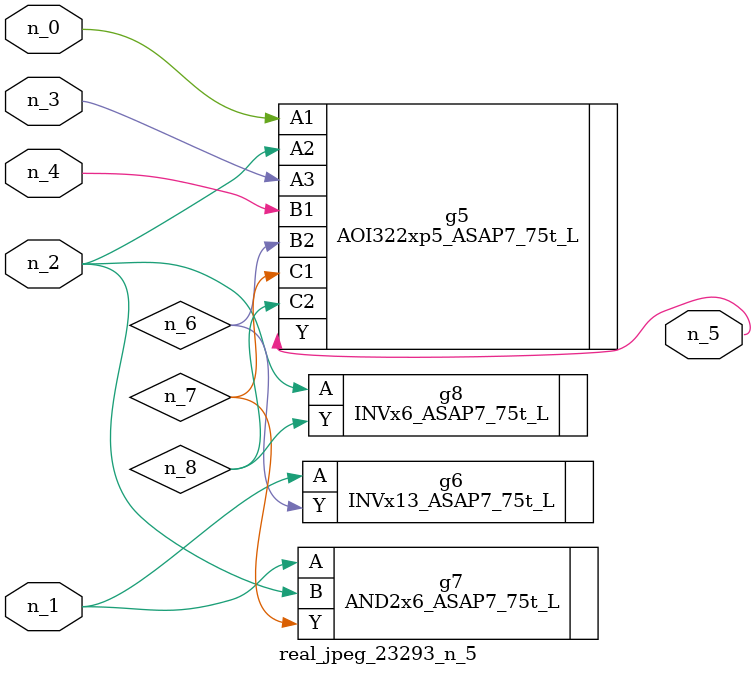
<source format=v>
module real_jpeg_23293_n_5 (n_4, n_0, n_1, n_2, n_3, n_5);

input n_4;
input n_0;
input n_1;
input n_2;
input n_3;

output n_5;

wire n_8;
wire n_6;
wire n_7;

AOI322xp5_ASAP7_75t_L g5 ( 
.A1(n_0),
.A2(n_2),
.A3(n_3),
.B1(n_4),
.B2(n_6),
.C1(n_7),
.C2(n_8),
.Y(n_5)
);

INVx13_ASAP7_75t_L g6 ( 
.A(n_1),
.Y(n_6)
);

AND2x6_ASAP7_75t_L g7 ( 
.A(n_1),
.B(n_2),
.Y(n_7)
);

INVx6_ASAP7_75t_L g8 ( 
.A(n_2),
.Y(n_8)
);


endmodule
</source>
